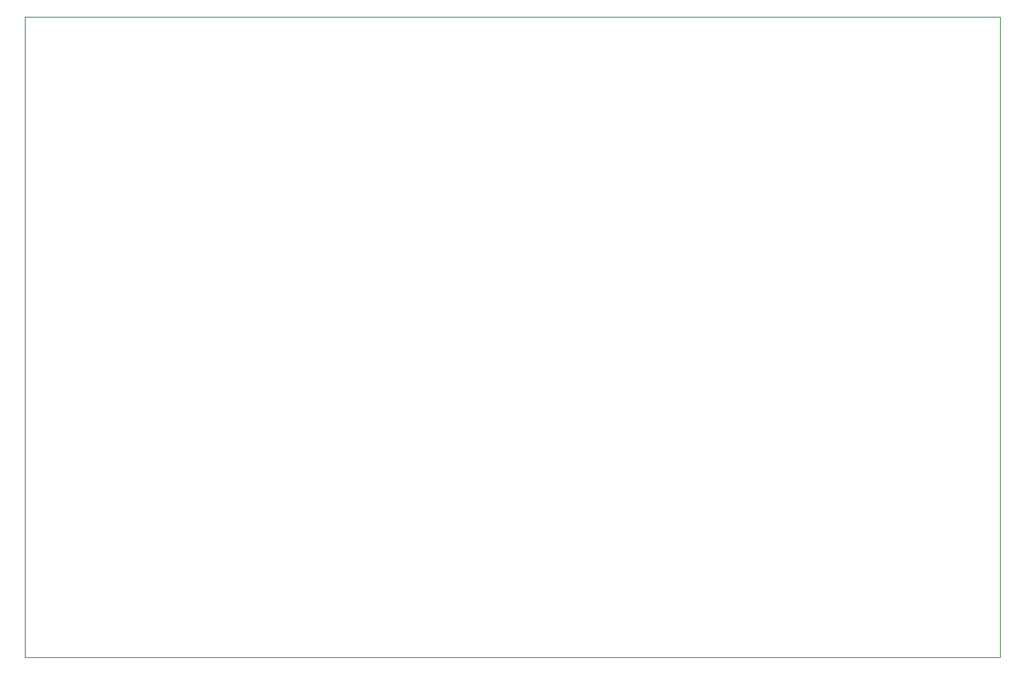
<source format=gbr>
G04 #@! TF.GenerationSoftware,KiCad,Pcbnew,(5.1.10)-1*
G04 #@! TF.CreationDate,2021-10-04T13:56:36-03:00*
G04 #@! TF.ProjectId,ESP-pwm_4ch,4553502d-7077-46d5-9f34-63682e6b6963,rev?*
G04 #@! TF.SameCoordinates,Original*
G04 #@! TF.FileFunction,Profile,NP*
%FSLAX46Y46*%
G04 Gerber Fmt 4.6, Leading zero omitted, Abs format (unit mm)*
G04 Created by KiCad (PCBNEW (5.1.10)-1) date 2021-10-04 13:56:36*
%MOMM*%
%LPD*%
G01*
G04 APERTURE LIST*
G04 #@! TA.AperFunction,Profile*
%ADD10C,0.100000*%
G04 #@! TD*
G04 APERTURE END LIST*
D10*
X167770000Y-132080000D02*
X167770000Y-64280000D01*
X167770000Y-64280000D02*
X64770000Y-64280000D01*
X64770000Y-132080000D02*
X167770000Y-132080000D01*
X64770000Y-64280000D02*
X64770000Y-132080000D01*
M02*

</source>
